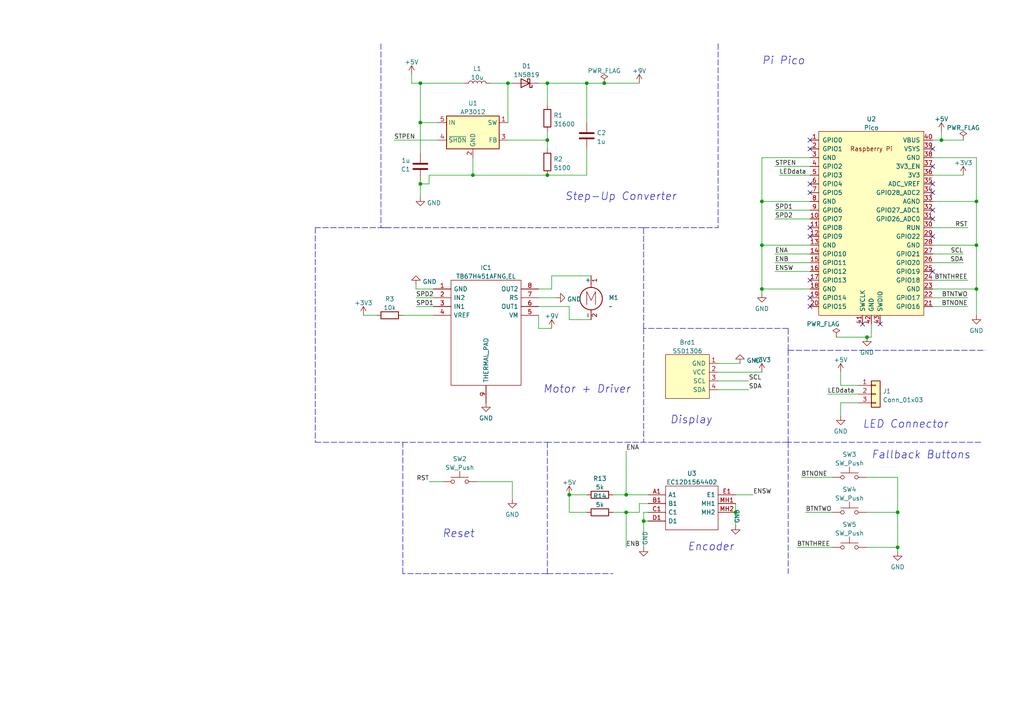
<source format=kicad_sch>
(kicad_sch (version 20211123) (generator eeschema)
  (paper "A4")
  (lib_symbols
    (symbol "0.91in OLED:SSD1306" (pin_names (offset 1.016))
      (property "Reference" "Brd" (at 0 -3.81 0))
      (property "Value" "SSD1306" (at 0 -1.27 0))
      (symbol "SSD1306_0_1"
        (rectangle (start -6.35 6.35) (end 6.35 -6.35) (fill (type background)))
      )
      (symbol "SSD1306_1_1"
        (pin input line (at -3.81 8.89 270) (length 2.54) (name "GND") (number "1"))
        (pin input line (at -1.27 8.89 270) (length 2.54) (name "VCC") (number "2"))
        (pin input line (at 1.27 8.89 270) (length 2.54) (name "SCL") (number "3"))
        (pin input line (at 3.81 8.89 270) (length 2.54) (name "SDA") (number "4"))
      )
    )
    (symbol "Connector_Generic:Conn_01x03" (pin_names (offset 1.016) hide)
      (property "Reference" "J" (at 0 5.08 0))
      (property "Value" "Conn_01x03" (at 0 -5.08 0))
      (symbol "Conn_01x03_1_1"
        (rectangle (start -1.27 -2.413) (end 0 -2.667) (stroke (width 0.1524)))
        (rectangle (start -1.27 0.127) (end 0 -0.127) (stroke (width 0.1524)))
        (rectangle (start -1.27 2.667) (end 0 2.413) (stroke (width 0.1524)))
        (rectangle (start -1.27 3.81) (end 1.27 -3.81) (stroke (width 0.254)) (fill (type background)))
        (pin passive line (at -5.08 2.54 0) (length 3.81) (name "Pin_1") (number "1"))
        (pin passive line (at -5.08 0 0) (length 3.81) (name "Pin_2") (number "2"))
        (pin passive line (at -5.08 -2.54 0) (length 3.81) (name "Pin_3") (number "3"))
      )
    )
    (symbol "Device:C" (pin_numbers hide) (pin_names (offset 0.254))
      (property "Reference" "C" (at 0.635 2.54 0))
      (property "Value" "C" (at 0.635 -2.54 0))
      (symbol "C_0_1"
        (polyline (pts (xy -2.032 -0.762) (xy 2.032 -0.762)) (stroke (width 0.508)))
        (polyline (pts (xy -2.032 0.762) (xy 2.032 0.762)) (stroke (width 0.508)))
      )
      (symbol "C_1_1"
        (pin passive line (at 0 3.81 270) (length 2.794) (name "~") (number "1"))
        (pin passive line (at 0 -3.81 90) (length 2.794) (name "~") (number "2"))
      )
    )
    (symbol "Device:L" (pin_numbers hide) (pin_names (offset 1.016) hide)
      (property "Reference" "L" (at -1.27 0 90))
      (property "Value" "L" (at 1.905 0 90))
      (symbol "L_0_1"
        (arc (start 0 -2.54) (mid 0.635 -1.905) (end 0 -1.27))
        (arc (start 0 -1.27) (mid 0.635 -0.635) (end 0 0))
        (arc (start 0 0) (mid 0.635 0.635) (end 0 1.27))
        (arc (start 0 1.27) (mid 0.635 1.905) (end 0 2.54))
      )
      (symbol "L_1_1"
        (pin passive line (at 0 3.81 270) (length 1.27) (name "1") (number "1"))
        (pin passive line (at 0 -3.81 90) (length 1.27) (name "2") (number "2"))
      )
    )
    (symbol "Device:R" (pin_numbers hide) (pin_names (offset 0))
      (property "Reference" "R" (at 2.032 0 90))
      (property "Value" "R" (at 0 0 90))
      (symbol "R_0_1"
        (rectangle (start -1.016 -2.54) (end 1.016 2.54) (stroke (width 0.254)))
      )
      (symbol "R_1_1"
        (pin passive line (at 0 3.81 270) (length 1.27) (name "~") (number "1"))
        (pin passive line (at 0 -3.81 90) (length 1.27) (name "~") (number "2"))
      )
    )
    (symbol "Diode:1N5819" (pin_numbers hide) (pin_names (offset 1.016) hide)
      (property "Reference" "D" (at 0 2.54 0))
      (property "Value" "1N5819" (at 0 -2.54 0))
      (symbol "1N5819_0_1"
        (polyline (pts (xy 1.27 0) (xy -1.27 0)))
        (polyline (pts (xy 1.27 1.27) (xy 1.27 -1.27) (xy -1.27 0) (xy 1.27 1.27)) (stroke (width 0.254)))
        (polyline (pts (xy -1.905 0.635) (xy -1.905 1.27) (xy -1.27 1.27) (xy -1.27 -1.27) (xy -0.635 -1.27) (xy -0.635 -0.635)) (stroke (width 0.254)))
      )
      (symbol "1N5819_1_1"
        (pin passive line (at -3.81 0 0) (length 2.54) (name "K") (number "1"))
        (pin passive line (at 3.81 0 180) (length 2.54) (name "A") (number "2"))
      )
    )
    (symbol "MCU_RaspberryPi_and_Boards:Pico" (pin_names (offset 1.016))
      (property "Reference" "U2" (at 0 30.2428 0))
      (property "Value" "Pico" (at 0 27.7059 0))
      (symbol "Pico_0_0"
        (text "Raspberry Pi" (at 0 21.59 0) (effects (font (size 1.27 1.27))))
      )
      (symbol "Pico_0_1"
        (rectangle (start -15.24 26.67) (end 15.24 -26.67) (fill (type background)))
      )
      (symbol "Pico_1_1"
        (pin bidirectional line (at -17.78 24.13 0) (length 2.54) (name "GPIO0") (number "1"))
        (pin bidirectional line (at -17.78 1.27 0) (length 2.54) (name "GPIO7") (number "10"))
        (pin bidirectional line (at -17.78 -1.27 0) (length 2.54) (name "GPIO8") (number "11"))
        (pin bidirectional line (at -17.78 -3.81 0) (length 2.54) (name "GPIO9") (number "12"))
        (pin power_in line (at -17.78 -6.35 0) (length 2.54) (name "GND") (number "13"))
        (pin bidirectional line (at -17.78 -8.89 0) (length 2.54) (name "GPIO10") (number "14"))
        (pin bidirectional line (at -17.78 -11.43 0) (length 2.54) (name "GPIO11") (number "15"))
        (pin bidirectional line (at -17.78 -13.97 0) (length 2.54) (name "GPIO12") (number "16"))
        (pin bidirectional line (at -17.78 -16.51 0) (length 2.54) (name "GPIO13") (number "17"))
        (pin power_in line (at -17.78 -19.05 0) (length 2.54) (name "GND") (number "18"))
        (pin bidirectional line (at -17.78 -21.59 0) (length 2.54) (name "GPIO14") (number "19"))
        (pin bidirectional line (at -17.78 21.59 0) (length 2.54) (name "GPIO1") (number "2"))
        (pin bidirectional line (at -17.78 -24.13 0) (length 2.54) (name "GPIO15") (number "20"))
        (pin bidirectional line (at 17.78 -24.13 180) (length 2.54) (name "GPIO16") (number "21"))
        (pin bidirectional line (at 17.78 -21.59 180) (length 2.54) (name "GPIO17") (number "22"))
        (pin power_in line (at 17.78 -19.05 180) (length 2.54) (name "GND") (number "23"))
        (pin bidirectional line (at 17.78 -16.51 180) (length 2.54) (name "GPIO18") (number "24"))
        (pin bidirectional line (at 17.78 -13.97 180) (length 2.54) (name "GPIO19") (number "25"))
        (pin bidirectional line (at 17.78 -11.43 180) (length 2.54) (name "GPIO20") (number "26"))
        (pin bidirectional line (at 17.78 -8.89 180) (length 2.54) (name "GPIO21") (number "27"))
        (pin power_in line (at 17.78 -6.35 180) (length 2.54) (name "GND") (number "28"))
        (pin bidirectional line (at 17.78 -3.81 180) (length 2.54) (name "GPIO22") (number "29"))
        (pin power_in line (at -17.78 19.05 0) (length 2.54) (name "GND") (number "3"))
        (pin input line (at 17.78 -1.27 180) (length 2.54) (name "RUN") (number "30"))
        (pin bidirectional line (at 17.78 1.27 180) (length 2.54) (name "GPIO26_ADC0") (number "31"))
        (pin bidirectional line (at 17.78 3.81 180) (length 2.54) (name "GPIO27_ADC1") (number "32"))
        (pin power_in line (at 17.78 6.35 180) (length 2.54) (name "AGND") (number "33"))
        (pin bidirectional line (at 17.78 8.89 180) (length 2.54) (name "GPIO28_ADC2") (number "34"))
        (pin unspecified line (at 17.78 11.43 180) (length 2.54) (name "ADC_VREF") (number "35"))
        (pin power_out line (at 17.78 13.97 180) (length 2.54) (name "3V3") (number "36"))
        (pin input line (at 17.78 16.51 180) (length 2.54) (name "3V3_EN") (number "37"))
        (pin power_in line (at 17.78 19.05 180) (length 2.54) (name "GND") (number "38"))
        (pin unspecified line (at 17.78 21.59 180) (length 2.54) (name "VSYS") (number "39"))
        (pin bidirectional line (at -17.78 16.51 0) (length 2.54) (name "GPIO2") (number "4"))
        (pin power_in line (at 17.78 24.13 180) (length 2.54) (name "VBUS") (number "40"))
        (pin input line (at -2.54 -29.21 90) (length 2.54) (name "SWCLK") (number "41"))
        (pin power_in line (at 0 -29.21 90) (length 2.54) (name "GND") (number "42"))
        (pin bidirectional line (at 2.54 -29.21 90) (length 2.54) (name "SWDIO") (number "43"))
        (pin bidirectional line (at -17.78 13.97 0) (length 2.54) (name "GPIO3") (number "5"))
        (pin bidirectional line (at -17.78 11.43 0) (length 2.54) (name "GPIO4") (number "6"))
        (pin bidirectional line (at -17.78 8.89 0) (length 2.54) (name "GPIO5") (number "7"))
        (pin power_in line (at -17.78 6.35 0) (length 2.54) (name "GND") (number "8"))
        (pin bidirectional line (at -17.78 3.81 0) (length 2.54) (name "GPIO6") (number "9"))
      )
    )
    (symbol "Motor:Motor_DC" (pin_names (offset 0))
      (property "Reference" "M" (at 2.54 2.54 0))
      (property "Value" "Motor_DC" (at 2.54 -5.08 0))
      (symbol "Motor_DC_0_0"
        (polyline (pts (xy -1.27 -3.302) (xy -1.27 0.508) (xy 0 -2.032) (xy 1.27 0.508) (xy 1.27 -3.302)))
      )
      (symbol "Motor_DC_0_1"
        (circle (center 0 -1.524) (radius 3.2512) (stroke (width 0.254)))
        (polyline (pts (xy 0 -7.62) (xy 0 -7.112)))
        (polyline (pts (xy 0 -4.7752) (xy 0 -5.1816)))
        (polyline (pts (xy 0 1.7272) (xy 0 2.0828)))
        (polyline (pts (xy 0 2.032) (xy 0 2.54)))
      )
      (symbol "Motor_DC_1_1"
        (pin passive line (at 0 5.08 270) (length 2.54) (name "+") (number "1"))
        (pin passive line (at 0 -7.62 90) (length 2.54) (name "-") (number "2"))
      )
    )
    (symbol "Regulator_Switching:AP3012"
      (property "Reference" "U" (at -7.62 5.715 0))
      (property "Value" "AP3012" (at 0 5.715 0))
      (symbol "AP3012_0_1"
        (rectangle (start -7.62 4.445) (end 7.62 -5.08) (stroke (width 0.254)) (fill (type background)))
      )
      (symbol "AP3012_1_1"
        (pin passive line (at 10.16 2.54 180) (length 2.54) (name "SW") (number "1"))
        (pin power_in line (at 0 -7.62 90) (length 2.54) (name "GND") (number "2"))
        (pin input line (at 10.16 -2.54 180) (length 2.54) (name "FB") (number "3"))
        (pin input line (at -10.16 -2.54 0) (length 2.54) (name "~{SHDN}") (number "4"))
        (pin power_in line (at -10.16 2.54 0) (length 2.54) (name "IN") (number "5"))
      )
    )
    (symbol "SamacSys_Parts:EC12D1564402" (pin_names (offset 0.762))
      (property "Reference" "U" (at 21.59 7.62 0))
      (property "Value" "EC12D1564402" (at 21.59 5.08 0))
      (symbol "EC12D1564402_0_0"
        (pin passive line (at 0 0 0) (length 5.08) (name "A1") (number "A1"))
        (pin passive line (at 0 -2.54 0) (length 5.08) (name "B1") (number "B1"))
        (pin passive line (at 0 -5.08 0) (length 5.08) (name "C1") (number "C1"))
        (pin passive line (at 0 -7.62 0) (length 5.08) (name "D1") (number "D1"))
        (pin passive line (at 25.4 0 180) (length 5.08) (name "E1") (number "E1"))
        (pin passive line (at 25.4 -2.54 180) (length 5.08) (name "MH1") (number "MH1"))
        (pin passive line (at 25.4 -5.08 180) (length 5.08) (name "MH2") (number "MH2"))
      )
      (symbol "EC12D1564402_0_1"
        (polyline (pts (xy 5.08 2.54) (xy 20.32 2.54) (xy 20.32 -10.16) (xy 5.08 -10.16) (xy 5.08 2.54)) (stroke (width 0.1524)))
      )
    )
    (symbol "SamacSys_Parts:TB67H451AFNG,EL" (pin_names (offset 0.762))
      (property "Reference" "IC" (at 26.67 7.62 0))
      (property "Value" "TB67H451AFNG,EL" (at 26.67 5.08 0))
      (symbol "TB67H451AFNG,EL_0_0"
        (pin passive line (at 0 0 0) (length 5.08) (name "GND") (number "1"))
        (pin passive line (at 0 -2.54 0) (length 5.08) (name "IN2") (number "2"))
        (pin passive line (at 0 -5.08 0) (length 5.08) (name "IN1") (number "3"))
        (pin passive line (at 0 -7.62 0) (length 5.08) (name "VREF") (number "4"))
        (pin passive line (at 30.48 -7.62 180) (length 5.08) (name "VM") (number "5"))
        (pin passive line (at 30.48 -5.08 180) (length 5.08) (name "OUT1") (number "6"))
        (pin passive line (at 30.48 -2.54 180) (length 5.08) (name "RS") (number "7"))
        (pin passive line (at 30.48 0 180) (length 5.08) (name "OUT2") (number "8"))
        (pin passive line (at 15.24 -33.02 90) (length 5.08) (name "THERMAL_PAD") (number "9"))
      )
      (symbol "TB67H451AFNG,EL_0_1"
        (polyline (pts (xy 5.08 2.54) (xy 25.4 2.54) (xy 25.4 -27.94) (xy 5.08 -27.94) (xy 5.08 2.54)) (stroke (width 0.1524)))
      )
    )
    (symbol "Switch:SW_Push" (pin_numbers hide) (pin_names (offset 1.016) hide)
      (property "Reference" "SW" (at 1.27 2.54 0))
      (property "Value" "SW_Push" (at 0 -1.524 0))
      (symbol "SW_Push_0_1"
        (circle (center -2.032 0) (radius 0.508))
        (polyline (pts (xy 0 1.27) (xy 0 3.048)))
        (polyline (pts (xy 2.54 1.27) (xy -2.54 1.27)))
        (circle (center 2.032 0) (radius 0.508))
        (pin passive line (at -5.08 0 0) (length 2.54) (name "1") (number "1"))
        (pin passive line (at 5.08 0 180) (length 2.54) (name "2") (number "2"))
      )
    )
    (symbol "power:+3.3V" (power) (pin_names (offset 0))
      (property "Value" "+3.3V" (at 0 3.556 0))
      (symbol "+3.3V_0_1"
        (polyline (pts (xy -0.762 1.27) (xy 0 2.54)))
        (polyline (pts (xy 0 0) (xy 0 2.54)))
        (polyline (pts (xy 0 2.54) (xy 0.762 1.27)))
      )
      (symbol "+3.3V_1_1"
        (pin power_in line (at 0 0 90) (length 0) hide (name "+3V3") (number "1"))
      )
    )
    (symbol "power:+5V" (power) (pin_names (offset 0))
      (property "Value" "+5V" (at 0 3.556 0))
      (symbol "+5V_0_1"
        (polyline (pts (xy -0.762 1.27) (xy 0 2.54)))
        (polyline (pts (xy 0 0) (xy 0 2.54)))
        (polyline (pts (xy 0 2.54) (xy 0.762 1.27)))
      )
      (symbol "+5V_1_1"
        (pin power_in line (at 0 0 90) (length 0) hide (name "+5V") (number "1"))
      )
    )
    (symbol "power:+9V" (power) (pin_names (offset 0))
      (property "Value" "+9V" (at 0 3.556 0))
      (symbol "+9V_0_1"
        (polyline (pts (xy -0.762 1.27) (xy 0 2.54)))
        (polyline (pts (xy 0 0) (xy 0 2.54)))
        (polyline (pts (xy 0 2.54) (xy 0.762 1.27)))
      )
      (symbol "+9V_1_1"
        (pin power_in line (at 0 0 90) (length 0) hide (name "+9V") (number "1"))
      )
    )
    (symbol "power:GND" (power) (pin_names (offset 0))
      (property "Value" "GND" (at 0 -3.81 0))
      (symbol "GND_0_1"
        (polyline (pts (xy 0 0) (xy 0 -1.27) (xy 1.27 -1.27) (xy 0 -2.54) (xy -1.27 -1.27) (xy 0 -1.27)))
      )
      (symbol "GND_1_1"
        (pin power_in line (at 0 0 270) (length 0) hide (name "GND") (number "1"))
      )
    )
    (symbol "power:PWR_FLAG" (power) (pin_numbers hide) (pin_names (offset 0) hide)
      (property "Value" "PWR_FLAG" (at 0 3.81 0))
      (symbol "PWR_FLAG_0_0"
        (pin power_out line (at 0 0 90) (length 0) (name "pwr") (number "1"))
      )
      (symbol "PWR_FLAG_0_1"
        (polyline (pts (xy 0 0) (xy 0 1.27) (xy -1.016 1.905) (xy 0 2.54) (xy 1.016 1.905) (xy 0 1.27)))
      )
    )
  )
  (junction (at 213.36 148.59))
  (junction (at 121.92 24.13))
  (junction (at 170.18 24.13))
  (junction (at 181.61 148.59))
  (junction (at 220.98 71.12))
  (junction (at 165.1 143.51))
  (junction (at 137.16 50.8))
  (junction (at 260.35 158.75))
  (junction (at 220.98 83.82))
  (junction (at 283.21 83.82))
  (junction (at 251.46 97.79))
  (junction (at 158.75 50.8))
  (junction (at 147.32 24.13))
  (junction (at 121.92 35.56))
  (junction (at 260.35 148.59))
  (junction (at 186.69 151.13))
  (junction (at 181.61 143.51))
  (junction (at 283.21 71.12))
  (junction (at 283.21 58.42))
  (junction (at 175.26 24.13))
  (junction (at 158.75 40.64))
  (junction (at 121.92 53.34))
  (junction (at 158.75 24.13))
  (junction (at 273.05 40.64))
  (junction (at 220.98 58.42))
  (no_connect (at 270.51 55.88))
  (no_connect (at 270.51 53.34))
  (no_connect (at 270.51 48.26))
  (no_connect (at 234.95 81.28))
  (no_connect (at 270.51 43.18))
  (no_connect (at 234.95 43.18))
  (no_connect (at 234.95 53.34))
  (no_connect (at 234.95 55.88))
  (no_connect (at 255.27 93.98))
  (no_connect (at 250.19 93.98))
  (no_connect (at 234.95 86.36))
  (no_connect (at 234.95 88.9))
  (no_connect (at 234.95 40.64))
  (no_connect (at 234.95 68.58))
  (no_connect (at 234.95 66.04))
  (no_connect (at 270.51 78.74))
  (no_connect (at 270.51 68.58))
  (no_connect (at 270.51 63.5))
  (no_connect (at 270.51 60.96))
  (polyline (pts (xy 284.48 128.27) (xy 228.6 128.27)))
  (wire (pts (xy 165.1 92.71) (xy 171.45 92.71)))
  (wire (pts (xy 124.46 139.7) (xy 128.27 139.7)))
  (wire (pts (xy 270.51 83.82) (xy 283.21 83.82)))
  (wire (pts (xy 248.92 111.76) (xy 243.84 111.76)))
  (wire (pts (xy 156.21 91.44) (xy 156.21 95.25)))
  (wire (pts (xy 165.1 143.51) (xy 165.1 148.59)))
  (wire (pts (xy 260.35 158.75) (xy 260.35 160.02)))
  (wire (pts (xy 270.51 50.8) (xy 279.4 50.8)))
  (wire (pts (xy 251.46 158.75) (xy 260.35 158.75)))
  (wire (pts (xy 121.92 24.13) (xy 121.92 35.56)))
  (wire (pts (xy 251.46 138.43) (xy 260.35 138.43)))
  (wire (pts (xy 270.51 81.28) (xy 280.67 81.28)))
  (wire (pts (xy 124.46 53.34) (xy 121.92 53.34)))
  (wire (pts (xy 158.75 40.64) (xy 158.75 43.18)))
  (wire (pts (xy 142.24 24.13) (xy 147.32 24.13)))
  (polyline (pts (xy 116.84 166.37) (xy 116.84 128.27)))
  (wire (pts (xy 170.18 24.13) (xy 175.26 24.13)))
  (wire (pts (xy 220.98 71.12) (xy 220.98 83.82)))
  (polyline (pts (xy 186.69 95.25) (xy 186.69 128.27)))
  (polyline (pts (xy 228.6 128.27) (xy 228.6 166.37)))
  (wire (pts (xy 252.73 93.98) (xy 252.73 97.79)))
  (wire (pts (xy 220.98 85.09) (xy 220.98 83.82)))
  (wire (pts (xy 240.03 114.3) (xy 248.92 114.3)))
  (wire (pts (xy 125.73 83.82) (xy 120.65 83.82)))
  (wire (pts (xy 213.36 148.59) (xy 213.36 146.05)))
  (wire (pts (xy 270.51 71.12) (xy 283.21 71.12)))
  (wire (pts (xy 270.51 45.72) (xy 283.21 45.72)))
  (wire (pts (xy 160.02 83.82) (xy 160.02 80.01)))
  (wire (pts (xy 273.05 38.1) (xy 273.05 40.64)))
  (wire (pts (xy 270.51 86.36) (xy 280.67 86.36)))
  (polyline (pts (xy 208.28 12.7) (xy 208.28 66.04)))
  (wire (pts (xy 120.65 86.36) (xy 125.73 86.36)))
  (wire (pts (xy 234.95 45.72) (xy 220.98 45.72)))
  (wire (pts (xy 224.79 73.66) (xy 234.95 73.66)))
  (wire (pts (xy 231.14 158.75) (xy 241.3 158.75)))
  (wire (pts (xy 233.68 148.59) (xy 241.3 148.59)))
  (wire (pts (xy 234.95 83.82) (xy 220.98 83.82)))
  (wire (pts (xy 121.92 35.56) (xy 127 35.56)))
  (wire (pts (xy 156.21 86.36) (xy 161.29 86.36)))
  (wire (pts (xy 186.69 151.13) (xy 187.96 151.13)))
  (wire (pts (xy 175.26 24.13) (xy 185.42 24.13)))
  (wire (pts (xy 181.61 148.59) (xy 185.42 148.59)))
  (wire (pts (xy 270.51 88.9) (xy 280.67 88.9)))
  (polyline (pts (xy 158.75 166.37) (xy 177.8 166.37)))
  (wire (pts (xy 121.92 35.56) (xy 121.92 44.45)))
  (wire (pts (xy 283.21 58.42) (xy 283.21 71.12)))
  (wire (pts (xy 213.36 148.59) (xy 213.36 152.4)))
  (wire (pts (xy 120.65 88.9) (xy 125.73 88.9)))
  (wire (pts (xy 181.61 143.51) (xy 187.96 143.51)))
  (wire (pts (xy 186.69 148.59) (xy 187.96 148.59)))
  (wire (pts (xy 165.1 92.71) (xy 165.1 88.9)))
  (wire (pts (xy 121.92 53.34) (xy 121.92 52.07)))
  (wire (pts (xy 208.28 113.03) (xy 217.17 113.03)))
  (wire (pts (xy 224.79 63.5) (xy 234.95 63.5)))
  (wire (pts (xy 208.28 105.41) (xy 214.63 105.41)))
  (wire (pts (xy 119.38 24.13) (xy 121.92 24.13)))
  (wire (pts (xy 138.43 139.7) (xy 148.59 139.7)))
  (polyline (pts (xy 228.6 128.27) (xy 228.6 101.6)))
  (wire (pts (xy 283.21 45.72) (xy 283.21 58.42)))
  (wire (pts (xy 220.98 45.72) (xy 220.98 58.42)))
  (wire (pts (xy 165.1 148.59) (xy 170.18 148.59)))
  (wire (pts (xy 185.42 148.59) (xy 185.42 146.05)))
  (wire (pts (xy 213.36 143.51) (xy 218.44 143.51)))
  (wire (pts (xy 119.38 21.59) (xy 119.38 24.13)))
  (wire (pts (xy 283.21 83.82) (xy 283.21 91.44)))
  (polyline (pts (xy 186.69 95.25) (xy 186.69 66.04)))
  (polyline (pts (xy 228.6 95.25) (xy 186.69 95.25)))
  (wire (pts (xy 181.61 148.59) (xy 181.61 158.75)))
  (wire (pts (xy 252.73 97.79) (xy 251.46 97.79)))
  (wire (pts (xy 260.35 148.59) (xy 260.35 158.75)))
  (wire (pts (xy 270.51 58.42) (xy 283.21 58.42)))
  (wire (pts (xy 177.8 143.51) (xy 181.61 143.51)))
  (wire (pts (xy 170.18 43.18) (xy 170.18 50.8)))
  (wire (pts (xy 148.59 139.7) (xy 148.59 144.78)))
  (wire (pts (xy 158.75 38.1) (xy 158.75 40.64)))
  (wire (pts (xy 243.84 116.84) (xy 243.84 120.65)))
  (polyline (pts (xy 186.69 66.04) (xy 91.44 66.04)))
  (wire (pts (xy 124.46 50.8) (xy 124.46 53.34)))
  (wire (pts (xy 177.8 148.59) (xy 181.61 148.59)))
  (wire (pts (xy 224.79 78.74) (xy 234.95 78.74)))
  (wire (pts (xy 208.28 107.95) (xy 220.98 107.95)))
  (wire (pts (xy 137.16 50.8) (xy 158.75 50.8)))
  (wire (pts (xy 121.92 57.15) (xy 121.92 53.34)))
  (wire (pts (xy 251.46 148.59) (xy 260.35 148.59)))
  (wire (pts (xy 116.84 91.44) (xy 125.73 91.44)))
  (wire (pts (xy 260.35 138.43) (xy 260.35 148.59)))
  (wire (pts (xy 147.32 40.64) (xy 158.75 40.64)))
  (wire (pts (xy 270.51 66.04) (xy 280.67 66.04)))
  (wire (pts (xy 224.79 60.96) (xy 234.95 60.96)))
  (wire (pts (xy 224.79 48.26) (xy 234.95 48.26)))
  (wire (pts (xy 243.84 107.95) (xy 243.84 111.76)))
  (wire (pts (xy 273.05 40.64) (xy 270.51 40.64)))
  (wire (pts (xy 121.92 24.13) (xy 134.62 24.13)))
  (wire (pts (xy 147.32 24.13) (xy 147.32 35.56)))
  (wire (pts (xy 137.16 50.8) (xy 137.16 45.72)))
  (wire (pts (xy 156.21 95.25) (xy 160.02 95.25)))
  (wire (pts (xy 156.21 83.82) (xy 160.02 83.82)))
  (polyline (pts (xy 110.49 66.04) (xy 113.03 66.04)))
  (wire (pts (xy 181.61 130.81) (xy 181.61 143.51)))
  (polyline (pts (xy 91.44 66.04) (xy 91.44 128.27)))
  (wire (pts (xy 185.42 146.05) (xy 187.96 146.05)))
  (wire (pts (xy 165.1 143.51) (xy 170.18 143.51)))
  (polyline (pts (xy 158.75 128.27) (xy 158.75 166.37)))
  (wire (pts (xy 120.65 83.82) (xy 120.65 82.55)))
  (polyline (pts (xy 228.6 128.27) (xy 158.75 128.27)))
  (polyline (pts (xy 228.6 101.6) (xy 285.75 101.6)))
  (wire (pts (xy 114.3 40.64) (xy 127 40.64)))
  (wire (pts (xy 165.1 88.9) (xy 156.21 88.9)))
  (wire (pts (xy 158.75 50.8) (xy 170.18 50.8)))
  (wire (pts (xy 156.21 24.13) (xy 158.75 24.13)))
  (polyline (pts (xy 110.49 12.7) (xy 110.49 66.04)))
  (wire (pts (xy 270.51 76.2) (xy 279.4 76.2)))
  (wire (pts (xy 160.02 80.01) (xy 171.45 80.01)))
  (wire (pts (xy 105.41 91.44) (xy 109.22 91.44)))
  (polyline (pts (xy 91.44 128.27) (xy 158.75 128.27)))
  (wire (pts (xy 242.57 97.79) (xy 251.46 97.79)))
  (wire (pts (xy 147.32 24.13) (xy 148.59 24.13)))
  (wire (pts (xy 226.06 50.8) (xy 234.95 50.8)))
  (wire (pts (xy 208.28 110.49) (xy 217.17 110.49)))
  (wire (pts (xy 248.92 116.84) (xy 243.84 116.84)))
  (wire (pts (xy 283.21 71.12) (xy 283.21 83.82)))
  (wire (pts (xy 220.98 58.42) (xy 220.98 71.12)))
  (wire (pts (xy 186.69 148.59) (xy 186.69 151.13)))
  (wire (pts (xy 186.69 151.13) (xy 186.69 158.75)))
  (wire (pts (xy 220.98 71.12) (xy 234.95 71.12)))
  (wire (pts (xy 232.41 138.43) (xy 241.3 138.43)))
  (wire (pts (xy 234.95 58.42) (xy 220.98 58.42)))
  (wire (pts (xy 270.51 73.66) (xy 279.4 73.66)))
  (wire (pts (xy 170.18 35.56) (xy 170.18 24.13)))
  (wire (pts (xy 224.79 76.2) (xy 234.95 76.2)))
  (polyline (pts (xy 186.69 66.04) (xy 208.28 66.04)))
  (polyline (pts (xy 158.75 166.37) (xy 116.84 166.37)))
  (wire (pts (xy 137.16 50.8) (xy 124.46 50.8)))
  (wire (pts (xy 273.05 40.64) (xy 279.4 40.64)))
  (polyline (pts (xy 228.6 101.6) (xy 228.6 95.25)))
  (wire (pts (xy 170.18 24.13) (xy 158.75 24.13)))
  (wire (pts (xy 158.75 24.13) (xy 158.75 30.48)))
  (text "Pi Pico" (at 220.98 19.05 0) (effects (font (size 2.25 2.25) italic) (justify left bottom)))
  (text "Display" (at 194.31 123.19 0) (effects (font (size 2.25 2.25) italic) (justify left bottom)))
  (text "LED Connector" (at 250.19 124.46 0) (effects (font (size 2.25 2.25) italic) (justify left bottom)))
  (text "Encoder\n" (at 199.39 160.02 0) (effects (font (size 2.25 2.25) italic) (justify left bottom)))
  (text "Motor + Driver\n" (at 157.48 114.3 0) (effects (font (size 2.25 2.25) italic) (justify left bottom)))
  (text "Fallback Buttons\n" (at 252.73 133.35 0) (effects (font (size 2.25 2.25) italic) (justify left bottom)))
  (text "Step-Up Converter\n" (at 163.83 58.42 0) (effects (font (size 2.25 2.25) italic) (justify left bottom)))
  (text "Reset" (at 128.27 156.21 0) (effects (font (size 2.25 2.25) italic) (justify left bottom)))
  (label "BTNTWO" (at 280.67 86.36 180))
  (label "STPEN" (at 224.79 48.26 0))
  (label "ENB" (at 224.79 76.2 0))
  (label "SPD1" (at 120.65 88.9 0))
  (label "ENA" (at 181.61 130.81 0))
  (label "BTNTWO" (at 233.68 148.59 0))
  (label "SDA" (at 279.4 76.2 180))
  (label "LEDdata" (at 240.03 114.3 0))
  (label "SPD2" (at 120.65 86.36 0))
  (label "ENSW" (at 218.44 143.51 0))
  (label "BTNONE" (at 232.41 138.43 0))
  (label "SCL" (at 279.4 73.66 180))
  (label "ENSW" (at 224.79 78.74 0))
  (label "RST" (at 124.46 139.7 180))
  (label "ENB" (at 181.61 158.75 0))
  (label "SPD2" (at 224.79 63.5 0))
  (label "RST" (at 280.67 66.04 180))
  (label "BTNONE" (at 280.67 88.9 180))
  (label "SPD1" (at 224.79 60.96 0))
  (label "STPEN" (at 114.3 40.64 0))
  (label "SDA" (at 217.17 113.03 0))
  (label "ENA" (at 224.79 73.66 0))
  (label "SCL" (at 217.17 110.49 0))
  (label "BTNTHREE" (at 231.14 158.75 0))
  (label "LEDdata" (at 226.06 50.8 0))
  (label "BTNTHREE" (at 280.67 81.28 180))
  (symbol (lib_id "Device:R") (at 113.03 91.44 90) (unit 1)
    (property "Reference" "R3" (at 113.03 86.7242 90))
    (property "Value" "10k" (at 113.03 89.2611 90))
    (property "Footprint" "Resistor_SMD:R_1206_3216Metric_Pad1.30x1.75mm_HandSolder" (effects hide))
  )
  (symbol (lib_id "power:+3.3V") (at 105.41 91.44 0) (unit 1)
    (property "Reference" "#PWR09" (effects hide))
    (property "Value" "+3.3V" (at 105.41 87.8642 0))
  )
  (symbol (lib_id "power:GND") (at 186.69 158.75 0) (unit 1)
    (property "Reference" "#PWR027" (effects hide))
    (property "Value" "~" (at 187.1238 158.115 90) (effects (justify left)))
  )
  (symbol (lib_id "Device:R") (at 173.99 148.59 270) (unit 1)
    (property "Reference" "R14" (at 173.99 143.8742 90))
    (property "Value" "5k" (at 173.99 146.4111 90))
    (property "Footprint" "Resistor_SMD:R_1206_3216Metric_Pad1.30x1.75mm_HandSolder" (effects hide))
  )
  (symbol (lib_id "power:+5V") (at 165.1 143.51 0) (unit 1)
    (property "Reference" "#PWR014" (effects hide))
    (property "Value" "+5V" (at 165.1 139.9342 0))
  )
  (symbol (lib_id "Device:C") (at 170.18 39.37 0) (unit 1)
    (property "Reference" "C2" (at 173.101 38.5353 0) (effects (justify left)))
    (property "Value" "1u" (at 173.101 41.0722 0) (effects (justify left)))
    (property "Footprint" "Capacitor_SMD:C_1206_3216Metric_Pad1.33x1.80mm_HandSolder" (effects hide))
  )
  (symbol (lib_id "Device:R") (at 158.75 46.99 0) (unit 1)
    (property "Reference" "R2" (at 160.528 46.1553 0) (effects (justify left)))
    (property "Value" "5100" (at 160.528 48.6922 0) (effects (justify left)))
    (property "Footprint" "Resistor_SMD:R_1206_3216Metric_Pad1.30x1.75mm_HandSolder" (effects hide))
  )
  (symbol (lib_id "Diode:1N5819") (at 152.4 24.13 180) (unit 1)
    (property "Reference" "D1" (at 152.7175 19.1602 0))
    (property "Value" "1N5819" (at 152.7175 21.6971 0))
    (property "Footprint" "Diode_SMD:D_SOD-123F" (effects hide))
    (property "Datasheet" "http://www.vishay.com/docs/88525/1n5817.pdf" (effects hide))
  )
  (symbol (lib_id "power:GND") (at 243.84 120.65 0) (unit 1)
    (property "Reference" "#PWR0104" (effects hide))
    (property "Value" "~" (at 243.84 125.0934 0))
  )
  (symbol (lib_id "power:PWR_FLAG") (at 242.57 97.79 0) (unit 1)
    (property "Reference" "#FLG0101" (effects hide))
    (property "Value" "PWR_FLAG" (at 238.76 93.98 0))
  )
  (symbol (lib_id "power:+5V") (at 243.84 107.95 0) (unit 1)
    (property "Reference" "#PWR0103" (effects hide))
    (property "Value" "+5V" (at 243.84 104.3742 0))
  )
  (symbol (lib_id "0.91in OLED:SSD1306") (at 199.39 109.22 270) (unit 1)
    (property "Reference" "Brd1" (at 199.39 99.2972 90))
    (property "Value" "SSD1306" (at 199.39 101.8341 90))
    (property "Footprint" "SSD1306:SSD1306-0.91-OLED-4pin-128x32" (effects hide))
  )
  (symbol (lib_id "power:GND") (at 121.92 57.15 0) (unit 1)
    (property "Reference" "#PWR02" (effects hide))
    (property "Value" "~" (at 123.825 58.8538 0) (effects (justify left)))
  )
  (symbol (lib_id "power:GND") (at 214.63 105.41 180) (unit 1)
    (property "Reference" "#PWR011" (effects hide))
    (property "Value" "~" (at 216.535 104.5738 0) (effects (justify right)))
  )
  (symbol (lib_id "Switch:SW_Push") (at 246.38 148.59 0) (unit 1)
    (property "Reference" "SW4" (at 246.38 141.9692 0))
    (property "Value" "SW_Push" (at 246.38 144.5061 0))
    (property "Footprint" "Button_Switch_THT:SW_TH_Tactile_Omron_B3F-10xx" (effects hide))
  )
  (symbol (lib_id "MCU_RaspberryPi_and_Boards:Pico") (at 252.73 64.77 0) (unit 1)
    (property "Reference" "U2" (at 252.73 34.5272 0))
    (property "Value" "Pico" (at 252.73 37.0641 0))
    (property "Footprint" "Pi Pico:RPi_Pico_SMD_TH" (effects hide))
  )
  (symbol (lib_id "power:GND") (at 120.65 82.55 180) (unit 1)
    (property "Reference" "#PWR07" (effects hide))
    (property "Value" "~" (at 122.555 81.7138 0) (effects (justify right)))
  )
  (symbol (lib_id "Connector_Generic:Conn_01x03") (at 254 114.3 0) (unit 1)
    (property "Reference" "J1" (at 256.032 113.4653 0) (effects (justify left)))
    (property "Value" "Conn_01x03" (at 256.032 116.0022 0) (effects (justify left)))
    (property "Footprint" "Connector_Molex:Molex_KK-254_AE-6410-03A_1x03_P2.54mm_Vertical" (effects hide))
  )
  (symbol (lib_id "power:+9V") (at 185.42 24.13 0) (unit 1)
    (property "Reference" "#PWR06" (effects hide))
    (property "Value" "+9V" (at 185.42 20.5542 0))
  )
  (symbol (lib_id "SamacSys_Parts:TB67H451AFNG,EL") (at 125.73 83.82 0) (unit 1)
    (property "Reference" "IC1" (at 140.97 77.631 0))
    (property "Value" "TB67H451AFNG,EL" (at 140.97 80.1679 0))
    (property "Footprint" "Samacsys:SOIC127P600X170-9N" (effects hide))
    (property "Datasheet" "https://www.arrow.com/en/products/tb67h451afngel/toshiba?region=nac" (effects hide))
    (property "Description" "Motor/Motion/Ignition Controllers & Drivers 50V/3A BRUSHED MOTOR DRIVER" (effects hide))
    (property "Height" "1.7" (effects hide))
    (property "Mouser Part Number" "757-TB67H451AFNGEL" (effects hide))
    (property "Mouser Price/Stock" "https://www.mouser.co.uk/ProductDetail/Toshiba/TB67H451AFNGEL?qs=Wj%2FVkw3K%252BMArV7aRaH6JgA%3D%3D" (effects hide))
    (property "Manufacturer_Name" "Toshiba" (effects hide))
    (property "Manufacturer_Part_Number" "TB67H451AFNG,EL" (effects hide))
  )
  (symbol (lib_id "Switch:SW_Push") (at 246.38 138.43 0) (unit 1)
    (property "Reference" "SW3" (at 246.38 131.8092 0))
    (property "Value" "SW_Push" (at 246.38 134.3461 0))
    (property "Footprint" "Button_Switch_THT:SW_TH_Tactile_Omron_B3F-10xx" (effects hide))
  )
  (symbol (lib_id "Switch:SW_Push") (at 133.35 139.7 0) (unit 1)
    (property "Reference" "SW2" (at 133.35 133.0792 0))
    (property "Value" "SW_Push" (at 133.35 135.6161 0))
    (property "Footprint" "Button_Switch_THT:SW_TH_Tactile_Omron_B3F-10xx" (effects hide))
  )
  (symbol (lib_id "Device:R") (at 173.99 143.51 270) (unit 1)
    (property "Reference" "R13" (at 173.99 138.7942 90))
    (property "Value" "5k" (at 173.99 141.3311 90))
    (property "Footprint" "Resistor_SMD:R_1206_3216Metric_Pad1.30x1.75mm_HandSolder" (effects hide))
  )
  (symbol (lib_id "power:+5V") (at 119.38 21.59 0) (unit 1)
    (property "Reference" "#PWR01" (effects hide))
    (property "Value" "+5V" (at 119.38 18.0142 0))
  )
  (symbol (lib_id "Device:L") (at 138.43 24.13 90) (unit 1)
    (property "Reference" "L1" (at 138.43 19.9222 90))
    (property "Value" "10u" (at 138.43 22.4591 90))
    (property "Footprint" "Inductor_SMD:L_Taiyo-Yuden_NR-40xx_HandSoldering" (effects hide))
  )
  (symbol (lib_id "SamacSys_Parts:EC12D1564402") (at 187.96 143.51 0) (unit 1)
    (property "Reference" "U3" (at 200.66 137.321 0))
    (property "Value" "EC12D1564402" (at 200.66 139.8579 0))
    (property "Footprint" "Samacsys:EC12D1564402" (effects hide))
    (property "Datasheet" "https://www.alps.com/prod/info/E/HTML/Encoder/Incremental/EC12E/EC12D1564402.html" (effects hide))
    (property "Description" "ALPS - EC12D1564402 - ENCODER, VERTICAL, 12MM, 30DET,15PPR" (effects hide))
    (property "Height" "17.5" (effects hide))
    (property "Mouser Part Number" "688-EC12D1564402" (effects hide))
    (property "Mouser Price/Stock" "https://www.mouser.co.uk/ProductDetail/Alps-Alpine/EC12D1564402?qs=6EGMNY9ZYDRfW0TWFqolEw%3D%3D" (effects hide))
    (property "Manufacturer_Name" "ALPS Electric" (effects hide))
    (property "Manufacturer_Part_Number" "EC12D1564402" (effects hide))
  )
  (symbol (lib_id "power:+3.3V") (at 220.98 107.95 0) (unit 1)
    (property "Reference" "#PWR012" (effects hide))
    (property "Value" "+3.3V" (at 220.98 104.3742 0))
  )
  (symbol (lib_id "power:GND") (at 260.35 160.02 0) (unit 1)
    (property "Reference" "#PWR016" (effects hide))
    (property "Value" "~" (at 260.35 164.4634 0))
  )
  (symbol (lib_id "power:GND") (at 148.59 144.78 0) (unit 1)
    (property "Reference" "#PWR015" (effects hide))
    (property "Value" "~" (at 148.59 149.2234 0))
  )
  (symbol (lib_id "power:GND") (at 161.29 86.36 90) (unit 1)
    (property "Reference" "#PWR08" (effects hide))
    (property "Value" "~" (at 164.465 86.7938 90) (effects (justify right)))
  )
  (symbol (lib_id "power:+5V") (at 273.05 38.1 0) (unit 1)
    (property "Reference" "#PWR03" (effects hide))
    (property "Value" "+5V" (at 273.05 34.5242 0))
  )
  (symbol (lib_id "power:+9V") (at 160.02 95.25 0) (unit 1)
    (property "Reference" "#PWR010" (effects hide))
    (property "Value" "+9V" (at 160.02 91.6742 0))
  )
  (symbol (lib_id "power:PWR_FLAG") (at 175.26 24.13 0) (unit 1)
    (property "Reference" "#FLG0102" (effects hide))
    (property "Value" "PWR_FLAG" (at 175.26 20.5542 0))
  )
  (symbol (lib_id "Device:R") (at 158.75 34.29 0) (unit 1)
    (property "Reference" "R1" (at 160.528 33.4553 0) (effects (justify left)))
    (property "Value" "31600" (at 160.528 35.9922 0) (effects (justify left)))
    (property "Footprint" "Resistor_SMD:R_1206_3216Metric_Pad1.30x1.75mm_HandSolder" (effects hide))
  )
  (symbol (lib_id "power:GND") (at 213.36 152.4 0) (unit 1)
    (property "Reference" "#PWR017" (effects hide))
    (property "Value" "~" (at 213.7938 151.765 90) (effects (justify left)))
  )
  (symbol (lib_id "power:GND") (at 220.98 85.09 0) (unit 1)
    (property "Reference" "#PWR0106" (effects hide))
    (property "Value" "~" (at 220.98 89.5334 0))
  )
  (symbol (lib_id "Device:C") (at 121.92 48.26 180) (unit 1)
    (property "Reference" "C1" (at 118.999 49.0947 0) (effects (justify left)))
    (property "Value" "1u" (at 118.999 46.5578 0) (effects (justify left)))
    (property "Footprint" "Capacitor_SMD:C_1206_3216Metric_Pad1.33x1.80mm_HandSolder" (effects hide))
  )
  (symbol (lib_id "power:GND") (at 140.97 116.84 0) (unit 1)
    (property "Reference" "#PWR013" (effects hide))
    (property "Value" "~" (at 140.97 121.2834 0))
  )
  (symbol (lib_id "Switch:SW_Push") (at 246.38 158.75 0) (unit 1)
    (property "Reference" "SW5" (at 246.38 152.1292 0))
    (property "Value" "SW_Push" (at 246.38 154.6661 0))
    (property "Footprint" "Button_Switch_THT:SW_TH_Tactile_Omron_B3F-10xx" (effects hide))
  )
  (symbol (lib_id "power:PWR_FLAG") (at 279.4 40.64 0) (unit 1)
    (property "Reference" "#FLG0103" (effects hide))
    (property "Value" "PWR_FLAG" (at 279.4 37.0642 0))
  )
  (symbol (lib_id "Regulator_Switching:AP3012") (at 137.16 38.1 0) (unit 1)
    (property "Reference" "U1" (at 137.16 29.9552 0))
    (property "Value" "AP3012" (at 137.16 32.4921 0))
    (property "Footprint" "Package_TO_SOT_SMD:SOT-23-5" (effects hide))
    (property "Datasheet" "https://www.diodes.com/assets/Datasheets/AP3012.pdf" (effects hide))
  )
  (symbol (lib_id "power:+3.3V") (at 279.4 50.8 0) (unit 1)
    (property "Reference" "#PWR04" (effects hide))
    (property "Value" "+3.3V" (at 279.4 47.2242 0))
  )
  (symbol (lib_id "Motor:Motor_DC") (at 171.45 85.09 0) (mirror y) (unit 1)
    (property "Reference" "M1" (at 176.53 86.3599 0) (effects (justify right)))
    (property "Value" "~" (at 176.53 88.8999 0) (effects (justify right)))
    (property "Footprint" "Connector_Molex:Molex_KK-254_AE-6410-02A_1x02_P2.54mm_Vertical" (effects hide))
  )
  (symbol (lib_id "power:GND") (at 251.46 97.79 0) (unit 1)
    (property "Reference" "#PWR05" (effects hide))
    (property "Value" "~" (at 251.46 102.2334 0))
  )
  (symbol (lib_id "power:GND") (at 283.21 91.44 0) (unit 1)
    (property "Reference" "#PWR0105" (effects hide))
    (property "Value" "~" (at 283.21 95.8834 0))
  )
)
</source>
